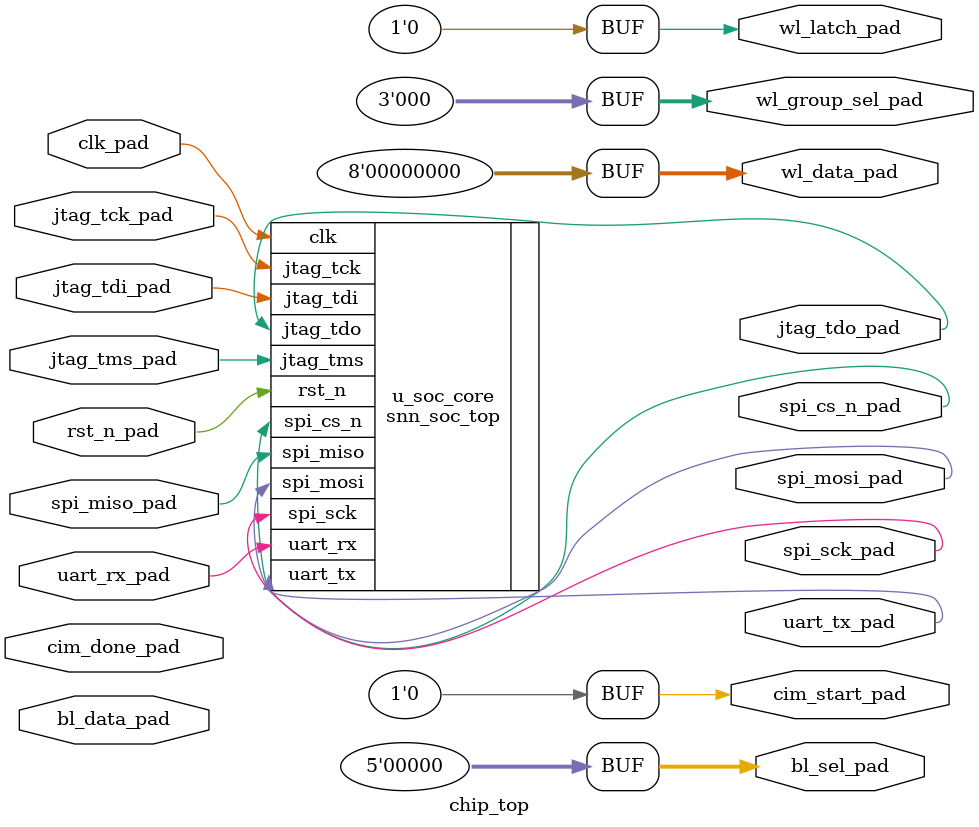
<source format=sv>

`timescale 1ns/1ps
module chip_top (
  // 基础时钟复位（pad）
  input  logic clk_pad,
  input  logic rst_n_pad,

  // 常规外设（pad）
  input  logic uart_rx_pad,
  output logic uart_tx_pad,
  output logic spi_cs_n_pad,
  output logic spi_sck_pad,
  output logic spi_mosi_pad,
  input  logic spi_miso_pad,
  input  logic jtag_tck_pad,
  input  logic jtag_tms_pad,
  input  logic jtag_tdi_pad,
  output logic jtag_tdo_pad,

  // 45-pin 方案相关复用信号（pad，占位）
  output logic [7:0] wl_data_pad,
  output logic [2:0] wl_group_sel_pad,
  output logic       wl_latch_pad,
  output logic       cim_start_pad,
  input  logic       cim_done_pad,
  output logic [4:0] bl_sel_pad,
  input  logic [7:0] bl_data_pad
);
  // 核心 SoC（当前保持原有接口）
  snn_soc_top u_soc_core (
    .clk      (clk_pad),
    .rst_n    (rst_n_pad),
    .uart_rx  (uart_rx_pad),
    .uart_tx  (uart_tx_pad),
    .spi_cs_n (spi_cs_n_pad),
    .spi_sck  (spi_sck_pad),
    .spi_mosi (spi_mosi_pad),
    .spi_miso (spi_miso_pad),
    .jtag_tck (jtag_tck_pad),
    .jtag_tms (jtag_tms_pad),
    .jtag_tdi (jtag_tdi_pad),
    .jtag_tdo (jtag_tdo_pad)
  );

  // 占位默认值（后续由 pad-wrapper 正式连接替换）
  assign wl_data_pad      = 8'h00;
  assign wl_group_sel_pad = 3'h0;
  assign wl_latch_pad     = 1'b0;
  assign cim_start_pad    = 1'b0;
  assign bl_sel_pad       = 5'h00;

  // 占位输入消警告
  wire _unused_chip_top = cim_done_pad ^ ^bl_data_pad;
endmodule


</source>
